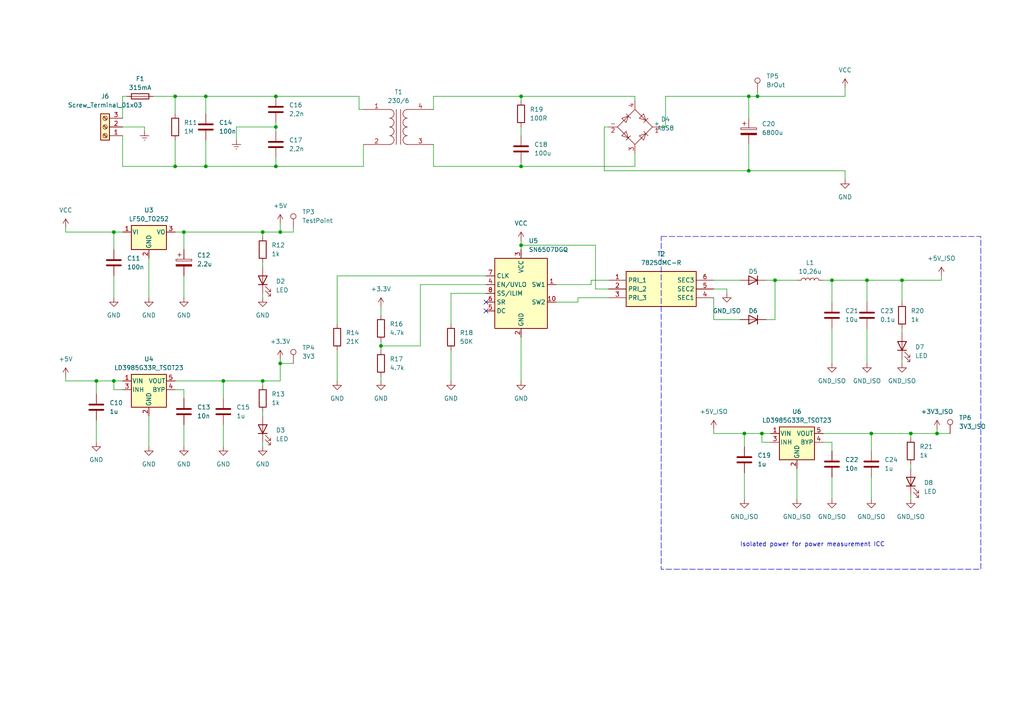
<source format=kicad_sch>
(kicad_sch (version 20230121) (generator eeschema)
  (paper "A4")
  (lib_symbols
    (symbol "Connector:Screw_Terminal_01x03" (pin_names (offset 1.016) hide)
      (property "Reference" "J" (at 0 5.08 0))
      (property "Value" "Screw_Terminal_01x03" (at 0 -5.08 0))
      (symbol "Screw_Terminal_01x03_1_1"
        (rectangle (start -1.27 3.81) (end 1.27 -3.81) (stroke (width 0.254)) (fill (type background)))
        (circle (center 0 -2.54) (radius 0.635) (stroke (width 0.1524)))
        (polyline (pts (xy -0.5334 -2.2098) (xy 0.3302 -3.048)) (stroke (width 0.1524)))
        (polyline (pts (xy -0.5334 0.3302) (xy 0.3302 -0.508)) (stroke (width 0.1524)))
        (polyline (pts (xy -0.5334 2.8702) (xy 0.3302 2.032)) (stroke (width 0.1524)))
        (polyline (pts (xy -0.3556 -2.032) (xy 0.508 -2.8702)) (stroke (width 0.1524)))
        (polyline (pts (xy -0.3556 0.508) (xy 0.508 -0.3302)) (stroke (width 0.1524)))
        (polyline (pts (xy -0.3556 3.048) (xy 0.508 2.2098)) (stroke (width 0.1524)))
        (circle (center 0 0) (radius 0.635) (stroke (width 0.1524)))
        (circle (center 0 2.54) (radius 0.635) (stroke (width 0.1524)))
        (pin passive line (at -5.08 2.54 0) (length 3.81) (name "Pin_1") (number "1"))
        (pin passive line (at -5.08 0 0) (length 3.81) (name "Pin_2") (number "2"))
        (pin passive line (at -5.08 -2.54 0) (length 3.81) (name "Pin_3") (number "3"))
      )
    )
    (symbol "Connector:TestPoint" (pin_numbers hide) (pin_names (offset 0.762) hide)
      (property "Reference" "TP" (at 0 6.858 0))
      (property "Value" "TestPoint" (at 0 5.08 0))
      (symbol "TestPoint_0_1"
        (circle (center 0 3.302) (radius 0.762))
      )
      (symbol "TestPoint_1_1"
        (pin passive line (at 0 0 90) (length 2.54) (name "1") (number "1"))
      )
    )
    (symbol "Device:C" (pin_numbers hide) (pin_names (offset 0.254))
      (property "Reference" "C" (at 0.635 2.54 0))
      (property "Value" "C" (at 0.635 -2.54 0))
      (symbol "C_0_1"
        (polyline (pts (xy -2.032 -0.762) (xy 2.032 -0.762)) (stroke (width 0.508)))
        (polyline (pts (xy -2.032 0.762) (xy 2.032 0.762)) (stroke (width 0.508)))
      )
      (symbol "C_1_1"
        (pin passive line (at 0 3.81 270) (length 2.794) (name "~") (number "1"))
        (pin passive line (at 0 -3.81 90) (length 2.794) (name "~") (number "2"))
      )
    )
    (symbol "Device:C_Polarized" (pin_numbers hide) (pin_names (offset 0.254))
      (property "Reference" "C" (at 0.635 2.54 0))
      (property "Value" "C_Polarized" (at 0.635 -2.54 0))
      (symbol "C_Polarized_0_1"
        (rectangle (start -2.286 0.508) (end 2.286 1.016))
        (polyline (pts (xy -1.778 2.286) (xy -0.762 2.286)))
        (polyline (pts (xy -1.27 2.794) (xy -1.27 1.778)))
        (rectangle (start 2.286 -0.508) (end -2.286 -1.016) (fill (type outline)))
      )
      (symbol "C_Polarized_1_1"
        (pin passive line (at 0 3.81 270) (length 2.794) (name "~") (number "1"))
        (pin passive line (at 0 -3.81 90) (length 2.794) (name "~") (number "2"))
      )
    )
    (symbol "Device:D" (pin_numbers hide) (pin_names (offset 1.016) hide)
      (property "Reference" "D" (at 0 2.54 0))
      (property "Value" "D" (at 0 -2.54 0))
      (symbol "D_0_1"
        (polyline (pts (xy -1.27 1.27) (xy -1.27 -1.27)) (stroke (width 0.254)))
        (polyline (pts (xy 1.27 0) (xy -1.27 0)))
        (polyline (pts (xy 1.27 1.27) (xy 1.27 -1.27) (xy -1.27 0) (xy 1.27 1.27)) (stroke (width 0.254)))
      )
      (symbol "D_1_1"
        (pin passive line (at -3.81 0 0) (length 2.54) (name "K") (number "1"))
        (pin passive line (at 3.81 0 180) (length 2.54) (name "A") (number "2"))
      )
    )
    (symbol "Device:Fuse" (pin_numbers hide) (pin_names (offset 0))
      (property "Reference" "F" (at 2.032 0 90))
      (property "Value" "Fuse" (at -1.905 0 90))
      (symbol "Fuse_0_1"
        (rectangle (start -0.762 -2.54) (end 0.762 2.54) (stroke (width 0.254)))
        (polyline (pts (xy 0 2.54) (xy 0 -2.54)))
      )
      (symbol "Fuse_1_1"
        (pin passive line (at 0 3.81 270) (length 1.27) (name "~") (number "1"))
        (pin passive line (at 0 -3.81 90) (length 1.27) (name "~") (number "2"))
      )
    )
    (symbol "Device:L" (pin_numbers hide) (pin_names (offset 1.016) hide)
      (property "Reference" "L" (at -1.27 0 90))
      (property "Value" "L" (at 1.905 0 90))
      (symbol "L_0_1"
        (arc (start 0 -2.54) (mid 0.6323 -1.905) (end 0 -1.27))
        (arc (start 0 -1.27) (mid 0.6323 -0.635) (end 0 0))
        (arc (start 0 0) (mid 0.6323 0.635) (end 0 1.27))
        (arc (start 0 1.27) (mid 0.6323 1.905) (end 0 2.54))
      )
      (symbol "L_1_1"
        (pin passive line (at 0 3.81 270) (length 1.27) (name "1") (number "1"))
        (pin passive line (at 0 -3.81 90) (length 1.27) (name "2") (number "2"))
      )
    )
    (symbol "Device:LED" (pin_numbers hide) (pin_names (offset 1.016) hide)
      (property "Reference" "D" (at 0 2.54 0))
      (property "Value" "LED" (at 0 -2.54 0))
      (symbol "LED_0_1"
        (polyline (pts (xy -1.27 -1.27) (xy -1.27 1.27)) (stroke (width 0.254)))
        (polyline (pts (xy -1.27 0) (xy 1.27 0)))
        (polyline (pts (xy 1.27 -1.27) (xy 1.27 1.27) (xy -1.27 0) (xy 1.27 -1.27)) (stroke (width 0.254)))
        (polyline (pts (xy -3.048 -0.762) (xy -4.572 -2.286) (xy -3.81 -2.286) (xy -4.572 -2.286) (xy -4.572 -1.524)))
        (polyline (pts (xy -1.778 -0.762) (xy -3.302 -2.286) (xy -2.54 -2.286) (xy -3.302 -2.286) (xy -3.302 -1.524)))
      )
      (symbol "LED_1_1"
        (pin passive line (at -3.81 0 0) (length 2.54) (name "K") (number "1"))
        (pin passive line (at 3.81 0 180) (length 2.54) (name "A") (number "2"))
      )
    )
    (symbol "Device:R" (pin_numbers hide) (pin_names (offset 0))
      (property "Reference" "R" (at 2.032 0 90))
      (property "Value" "R" (at 0 0 90))
      (symbol "R_0_1"
        (rectangle (start -1.016 -2.54) (end 1.016 2.54) (stroke (width 0.254)))
      )
      (symbol "R_1_1"
        (pin passive line (at 0 3.81 270) (length 1.27) (name "~") (number "1"))
        (pin passive line (at 0 -3.81 90) (length 1.27) (name "~") (number "2"))
      )
    )
    (symbol "Device:Transformer_1P_1S" (pin_names (offset 1.016) hide)
      (property "Reference" "T" (at 0 6.35 0))
      (property "Value" "Transformer_1P_1S" (at 0 -7.62 0))
      (symbol "Transformer_1P_1S_0_1"
        (arc (start -2.54 -5.0546) (mid -1.6599 -4.6901) (end -1.27 -3.81))
        (arc (start -2.54 -2.5146) (mid -1.6599 -2.1501) (end -1.27 -1.27))
        (arc (start -2.54 0.0254) (mid -1.6599 0.3899) (end -1.27 1.27))
        (arc (start -2.54 2.5654) (mid -1.6599 2.9299) (end -1.27 3.81))
        (arc (start -1.27 -3.81) (mid -1.642 -2.912) (end -2.54 -2.54))
        (arc (start -1.27 -1.27) (mid -1.642 -0.372) (end -2.54 0))
        (arc (start -1.27 1.27) (mid -1.642 2.168) (end -2.54 2.54))
        (arc (start -1.27 3.81) (mid -1.642 4.708) (end -2.54 5.08))
        (polyline (pts (xy -0.635 5.08) (xy -0.635 -5.08)))
        (polyline (pts (xy 0.635 -5.08) (xy 0.635 5.08)))
        (arc (start 1.2954 -1.27) (mid 1.6599 -2.1501) (end 2.54 -2.5146))
        (arc (start 1.2954 1.27) (mid 1.6599 0.3899) (end 2.54 0.0254))
        (arc (start 1.2954 3.81) (mid 1.6599 2.9299) (end 2.54 2.5654))
        (arc (start 1.3208 -3.81) (mid 1.6853 -4.6901) (end 2.5654 -5.0546))
        (arc (start 2.54 0) (mid 1.642 -0.372) (end 1.2954 -1.27))
        (arc (start 2.54 2.54) (mid 1.642 2.168) (end 1.2954 1.27))
        (arc (start 2.54 5.08) (mid 1.642 4.708) (end 1.2954 3.81))
        (arc (start 2.5654 -2.54) (mid 1.6674 -2.912) (end 1.3208 -3.81))
      )
      (symbol "Transformer_1P_1S_1_1"
        (pin passive line (at -10.16 5.08 0) (length 7.62) (name "AA") (number "1"))
        (pin passive line (at -10.16 -5.08 0) (length 7.62) (name "AB") (number "2"))
        (pin passive line (at 10.16 -5.08 180) (length 7.62) (name "SA") (number "3"))
        (pin passive line (at 10.16 5.08 180) (length 7.62) (name "SB") (number "4"))
      )
    )
    (symbol "Diode_Bridge:ABS8" (pin_names (offset 0))
      (property "Reference" "D" (at 2.54 6.985 0))
      (property "Value" "ABS8" (at 2.54 5.08 0))
      (symbol "ABS8_0_1"
        (polyline (pts (xy -2.54 3.81) (xy -1.27 2.54)))
        (polyline (pts (xy -1.27 -2.54) (xy -2.54 -3.81)))
        (polyline (pts (xy 2.54 -1.27) (xy 3.81 -2.54)))
        (polyline (pts (xy 2.54 1.27) (xy 3.81 2.54)))
        (polyline (pts (xy -3.81 2.54) (xy -2.54 1.27) (xy -1.905 3.175) (xy -3.81 2.54)))
        (polyline (pts (xy -2.54 -1.27) (xy -3.81 -2.54) (xy -1.905 -3.175) (xy -2.54 -1.27)))
        (polyline (pts (xy 1.27 2.54) (xy 2.54 3.81) (xy 3.175 1.905) (xy 1.27 2.54)))
        (polyline (pts (xy 3.175 -1.905) (xy 1.27 -2.54) (xy 2.54 -3.81) (xy 3.175 -1.905)))
        (polyline (pts (xy -5.08 0) (xy 0 -5.08) (xy 5.08 0) (xy 0 5.08) (xy -5.08 0)))
      )
      (symbol "ABS8_1_1"
        (pin passive line (at 7.62 0 180) (length 2.54) (name "+") (number "1"))
        (pin passive line (at -7.62 0 0) (length 2.54) (name "-") (number "2"))
        (pin passive line (at 0 -7.62 90) (length 2.54) (name "~") (number "3"))
        (pin passive line (at 0 7.62 270) (length 2.54) (name "~") (number "4"))
      )
    )
    (symbol "LibLoader:78250MC-R"
      (property "Reference" "T" (at 26.67 7.62 0))
      (property "Value" "78250MC-R" (at 26.67 5.08 0))
      (symbol "78250MC-R_1_1"
        (rectangle (start 5.08 2.54) (end 25.4 -7.62) (stroke (width 0.254)) (fill (type background)))
        (pin passive line (at 0 0 0) (length 5.08) (name "PRI_1") (number "1"))
        (pin passive line (at 0 -2.54 0) (length 5.08) (name "PRI_2") (number "2"))
        (pin passive line (at 0 -5.08 0) (length 5.08) (name "PRI_3") (number "3"))
        (pin passive line (at 30.48 -5.08 180) (length 5.08) (name "SEC1") (number "4"))
        (pin passive line (at 30.48 -2.54 180) (length 5.08) (name "SEC2") (number "5"))
        (pin passive line (at 30.48 0 180) (length 5.08) (name "SEC3") (number "6"))
      )
    )
    (symbol "Power_Management:SN6507DGQ"
      (property "Reference" "U" (at -6.35 10.16 0))
      (property "Value" "SN6507DGQ" (at 6.35 -10.16 0))
      (symbol "SN6507DGQ_0_1"
        (rectangle (start -7.62 10.16) (end 7.62 -10.16) (stroke (width 0.254)) (fill (type background)))
      )
      (symbol "SN6507DGQ_1_0"
        (pin input line (at -10.16 2.54 0) (length 2.54) (name "EN/UVLO") (number "4"))
        (pin passive line (at -10.16 -5.08 0) (length 2.54) (name "DC") (number "5"))
        (pin passive line (at -10.16 -2.54 0) (length 2.54) (name "SR") (number "6"))
        (pin passive line (at -10.16 0 0) (length 2.54) (name "SS/ILIM") (number "8"))
        (pin passive line (at 0 -12.7 90) (length 2.54) hide (name "GND") (number "9"))
      )
      (symbol "SN6507DGQ_1_1"
        (pin open_collector line (at 10.16 2.54 180) (length 2.54) (name "SW1") (number "1"))
        (pin open_collector line (at 10.16 -2.54 180) (length 2.54) (name "SW2") (number "10"))
        (pin power_in line (at 0 -12.7 90) (length 2.54) (name "GND") (number "2"))
        (pin power_in line (at 0 12.7 270) (length 2.54) (name "VCC") (number "3"))
        (pin input line (at -10.16 5.08 0) (length 2.54) (name "CLK") (number "7"))
      )
    )
    (symbol "Regulator_Linear:LD3985G33R_TSOT23" (pin_names (offset 0.254))
      (property "Reference" "U" (at -4.064 5.588 0))
      (property "Value" "LD3985G33R_TSOT23" (at 0 5.588 0))
      (symbol "LD3985G33R_TSOT23_0_1"
        (rectangle (start -5.08 4.445) (end 5.08 -5.08) (stroke (width 0.254)) (fill (type background)))
      )
      (symbol "LD3985G33R_TSOT23_1_1"
        (pin power_in line (at -7.62 2.54 0) (length 2.54) (name "VIN") (number "1"))
        (pin power_in line (at 0 -7.62 90) (length 2.54) (name "GND") (number "2"))
        (pin input line (at -7.62 0 0) (length 2.54) (name "INH") (number "3"))
        (pin input line (at 7.62 0 180) (length 2.54) (name "BYP") (number "4"))
        (pin power_out line (at 7.62 2.54 180) (length 2.54) (name "VOUT") (number "5"))
      )
    )
    (symbol "Regulator_Linear:LF50_TO252" (pin_names (offset 0.254))
      (property "Reference" "U" (at -3.81 3.175 0))
      (property "Value" "LF50_TO252" (at 0 3.175 0))
      (symbol "LF50_TO252_0_1"
        (rectangle (start -5.08 1.905) (end 5.08 -5.08) (stroke (width 0.254)) (fill (type background)))
      )
      (symbol "LF50_TO252_1_1"
        (pin power_in line (at -7.62 0 0) (length 2.54) (name "VI") (number "1"))
        (pin power_in line (at 0 -7.62 90) (length 2.54) (name "GND") (number "2"))
        (pin power_out line (at 7.62 0 180) (length 2.54) (name "VO") (number "3"))
      )
    )
    (symbol "power:+3.3V" (power) (pin_names (offset 0))
      (property "Value" "+3.3V" (at 0 3.556 0))
      (symbol "+3.3V_0_1"
        (polyline (pts (xy -0.762 1.27) (xy 0 2.54)))
        (polyline (pts (xy 0 0) (xy 0 2.54)))
        (polyline (pts (xy 0 2.54) (xy 0.762 1.27)))
      )
      (symbol "+3.3V_1_1"
        (pin power_in line (at 0 0 90) (length 0) hide (name "+3.3V") (number "1"))
      )
    )
    (symbol "power:+3V3_ISO" (power) (pin_names (offset 0))
      (property "Value" "+3V3_ISO" (at 0 3.556 0))
      (symbol "+3V3_ISO_0_1"
        (polyline (pts (xy -0.762 1.27) (xy 0 2.54)))
        (polyline (pts (xy 0 0) (xy 0 2.54)))
        (polyline (pts (xy 0 2.54) (xy 0.762 1.27)))
      )
      (symbol "+3V3_ISO_1_1"
        (pin power_in line (at 0 0 90) (length 0) hide (name "+3V3_ISO") (number "1"))
      )
    )
    (symbol "power:+5V" (power) (pin_names (offset 0))
      (property "Value" "+5V" (at 0 3.556 0))
      (symbol "+5V_0_1"
        (polyline (pts (xy -0.762 1.27) (xy 0 2.54)))
        (polyline (pts (xy 0 0) (xy 0 2.54)))
        (polyline (pts (xy 0 2.54) (xy 0.762 1.27)))
      )
      (symbol "+5V_1_1"
        (pin power_in line (at 0 0 90) (length 0) hide (name "+5V") (number "1"))
      )
    )
    (symbol "power:+5V_ISO" (power) (pin_names (offset 0))
      (property "Value" "+5V_ISO" (at 0 3.556 0))
      (symbol "+5V_ISO_0_1"
        (polyline (pts (xy -0.762 1.27) (xy 0 2.54)))
        (polyline (pts (xy 0 0) (xy 0 2.54)))
        (polyline (pts (xy 0 2.54) (xy 0.762 1.27)))
      )
      (symbol "+5V_ISO_1_1"
        (pin power_in line (at 0 0 90) (length 0) hide (name "+5V_ISO") (number "1"))
      )
    )
    (symbol "power:Earth" (power) (pin_names (offset 0))
      (symbol "Earth_0_1"
        (polyline (pts (xy -0.635 -1.905) (xy 0.635 -1.905)))
        (polyline (pts (xy -0.127 -2.54) (xy 0.127 -2.54)))
        (polyline (pts (xy 0 -1.27) (xy 0 0)))
        (polyline (pts (xy 1.27 -1.27) (xy -1.27 -1.27)))
      )
      (symbol "Earth_1_1"
        (pin power_in line (at 0 0 270) (length 0) hide (name "Earth") (number "1"))
      )
    )
    (symbol "power:GND" (power) (pin_names (offset 0))
      (property "Value" "GND" (at 0 -3.81 0))
      (symbol "GND_0_1"
        (polyline (pts (xy 0 0) (xy 0 -1.27) (xy 1.27 -1.27) (xy 0 -2.54) (xy -1.27 -1.27) (xy 0 -1.27)))
      )
      (symbol "GND_1_1"
        (pin power_in line (at 0 0 270) (length 0) hide (name "GND") (number "1"))
      )
    )
    (symbol "power:GND_ISO" (power) (pin_names (offset 0))
      (property "Value" "GND_ISO" (at 0 -3.81 0))
      (symbol "GND_ISO_0_1"
        (polyline (pts (xy 0 0) (xy 0 -1.27) (xy 1.27 -1.27) (xy 0 -2.54) (xy -1.27 -1.27) (xy 0 -1.27)))
      )
      (symbol "GND_ISO_1_1"
        (pin power_in line (at 0 0 270) (length 0) hide (name "GND_ISO") (number "1"))
      )
    )
    (symbol "power:VCC" (power) (pin_names (offset 0))
      (property "Value" "VCC" (at 0 3.81 0))
      (symbol "VCC_0_1"
        (polyline (pts (xy -0.762 1.27) (xy 0 2.54)))
        (polyline (pts (xy 0 0) (xy 0 2.54)))
        (polyline (pts (xy 0 2.54) (xy 0.762 1.27)))
      )
      (symbol "VCC_1_1"
        (pin power_in line (at 0 0 90) (length 0) hide (name "VCC") (number "1"))
      )
    )
  )
  (junction (at 80.01 48.26))
  (junction (at 217.17 27.94))
  (junction (at 271.78 125.73))
  (junction (at 53.34 67.31))
  (junction (at 76.2 67.31))
  (junction (at 80.01 36.83))
  (junction (at 251.46 81.28))
  (junction (at 59.69 27.94))
  (junction (at 215.9 125.73))
  (junction (at 50.8 48.26))
  (junction (at 224.79 81.28))
  (junction (at 264.16 125.73))
  (junction (at 33.02 110.49))
  (junction (at 151.13 48.26))
  (junction (at 59.69 48.26))
  (junction (at 64.77 110.49))
  (junction (at 220.98 125.73))
  (junction (at 27.94 110.49))
  (junction (at 33.02 67.31))
  (junction (at 241.3 81.28))
  (junction (at 50.8 27.94))
  (junction (at 80.01 27.94))
  (junction (at 261.62 81.28))
  (junction (at 217.17 49.53))
  (junction (at 151.13 27.94))
  (junction (at 151.13 71.12))
  (junction (at 252.73 125.73))
  (junction (at 81.28 105.41))
  (junction (at 219.71 27.94))
  (junction (at 81.28 67.31))
  (junction (at 76.2 110.49))
  (junction (at 110.49 100.33))
  (no_connect (at 140.97 87.63))
  (no_connect (at 140.97 90.17))
  (wire (pts (xy 53.34 67.31) (xy 76.2 67.31)))
  (wire (pts (xy 76.2 67.31) (xy 81.28 67.31)))
  (wire (pts (xy 76.2 76.2) (xy 76.2 77.47)))
  (wire (pts (xy 271.78 125.73) (xy 271.78 124.46)))
  (wire (pts (xy 76.2 67.31) (xy 76.2 68.58)))
  (wire (pts (xy 35.56 113.03) (xy 33.02 113.03)))
  (wire (pts (xy 238.76 128.27) (xy 241.3 128.27)))
  (wire (pts (xy 19.05 67.31) (xy 33.02 67.31)))
  (wire (pts (xy 104.14 31.75) (xy 104.14 27.94)))
  (wire (pts (xy 241.3 128.27) (xy 241.3 130.81)))
  (wire (pts (xy 50.8 110.49) (xy 64.77 110.49)))
  (wire (pts (xy 80.01 48.26) (xy 59.69 48.26)))
  (wire (pts (xy 172.72 71.12) (xy 151.13 71.12)))
  (wire (pts (xy 76.2 110.49) (xy 81.28 110.49)))
  (wire (pts (xy 241.3 81.28) (xy 251.46 81.28)))
  (wire (pts (xy 50.8 27.94) (xy 59.69 27.94)))
  (wire (pts (xy 215.9 125.73) (xy 215.9 129.54)))
  (wire (pts (xy 130.81 85.09) (xy 140.97 85.09)))
  (wire (pts (xy 53.34 80.01) (xy 53.34 86.36)))
  (wire (pts (xy 53.34 123.19) (xy 53.34 129.54)))
  (wire (pts (xy 151.13 46.99) (xy 151.13 48.26)))
  (wire (pts (xy 125.73 27.94) (xy 125.73 31.75)))
  (wire (pts (xy 36.83 27.94) (xy 35.56 27.94)))
  (wire (pts (xy 64.77 110.49) (xy 64.77 115.57)))
  (wire (pts (xy 207.01 83.82) (xy 210.82 83.82)))
  (wire (pts (xy 80.01 36.83) (xy 68.58 36.83)))
  (wire (pts (xy 193.04 27.94) (xy 217.17 27.94)))
  (wire (pts (xy 245.11 27.94) (xy 245.11 25.4)))
  (wire (pts (xy 151.13 36.83) (xy 151.13 39.37)))
  (wire (pts (xy 44.45 27.94) (xy 50.8 27.94)))
  (wire (pts (xy 176.53 83.82) (xy 172.72 83.82)))
  (wire (pts (xy 151.13 48.26) (xy 184.15 48.26)))
  (wire (pts (xy 245.11 49.53) (xy 245.11 52.07)))
  (wire (pts (xy 172.72 83.82) (xy 172.72 71.12)))
  (wire (pts (xy 81.28 67.31) (xy 85.09 67.31)))
  (wire (pts (xy 171.45 81.28) (xy 176.53 81.28)))
  (wire (pts (xy 264.16 134.62) (xy 264.16 135.89)))
  (wire (pts (xy 59.69 48.26) (xy 50.8 48.26)))
  (wire (pts (xy 80.01 45.72) (xy 80.01 48.26)))
  (wire (pts (xy 251.46 95.25) (xy 251.46 105.41)))
  (wire (pts (xy 241.3 95.25) (xy 241.3 105.41)))
  (wire (pts (xy 207.01 92.71) (xy 214.63 92.71)))
  (wire (pts (xy 264.16 143.51) (xy 264.16 144.78)))
  (wire (pts (xy 64.77 110.49) (xy 76.2 110.49)))
  (wire (pts (xy 53.34 113.03) (xy 53.34 115.57)))
  (wire (pts (xy 19.05 110.49) (xy 27.94 110.49)))
  (wire (pts (xy 271.78 125.73) (xy 275.59 125.73)))
  (wire (pts (xy 241.3 81.28) (xy 241.3 87.63)))
  (wire (pts (xy 219.71 27.94) (xy 245.11 27.94)))
  (wire (pts (xy 33.02 110.49) (xy 35.56 110.49)))
  (wire (pts (xy 97.79 80.01) (xy 140.97 80.01)))
  (wire (pts (xy 191.77 36.83) (xy 193.04 36.83)))
  (wire (pts (xy 33.02 67.31) (xy 35.56 67.31)))
  (wire (pts (xy 27.94 110.49) (xy 33.02 110.49)))
  (wire (pts (xy 217.17 27.94) (xy 219.71 27.94)))
  (wire (pts (xy 184.15 27.94) (xy 184.15 29.21)))
  (wire (pts (xy 252.73 125.73) (xy 264.16 125.73)))
  (wire (pts (xy 35.56 39.37) (xy 35.56 48.26)))
  (wire (pts (xy 151.13 97.79) (xy 151.13 110.49)))
  (wire (pts (xy 175.26 49.53) (xy 217.17 49.53)))
  (wire (pts (xy 223.52 128.27) (xy 220.98 128.27)))
  (wire (pts (xy 261.62 81.28) (xy 273.05 81.28)))
  (wire (pts (xy 220.98 125.73) (xy 220.98 128.27)))
  (wire (pts (xy 110.49 100.33) (xy 110.49 101.6)))
  (wire (pts (xy 33.02 80.01) (xy 33.02 86.36)))
  (wire (pts (xy 220.98 125.73) (xy 223.52 125.73)))
  (wire (pts (xy 207.01 124.46) (xy 207.01 125.73)))
  (wire (pts (xy 207.01 81.28) (xy 214.63 81.28)))
  (wire (pts (xy 81.28 105.41) (xy 81.28 104.14)))
  (wire (pts (xy 238.76 81.28) (xy 241.3 81.28)))
  (wire (pts (xy 251.46 81.28) (xy 251.46 87.63)))
  (wire (pts (xy 224.79 81.28) (xy 231.14 81.28)))
  (wire (pts (xy 125.73 41.91) (xy 125.73 48.26)))
  (wire (pts (xy 151.13 69.85) (xy 151.13 71.12)))
  (wire (pts (xy 76.2 128.27) (xy 76.2 129.54)))
  (wire (pts (xy 151.13 27.94) (xy 184.15 27.94)))
  (wire (pts (xy 241.3 138.43) (xy 241.3 144.78)))
  (wire (pts (xy 76.2 119.38) (xy 76.2 120.65)))
  (wire (pts (xy 252.73 125.73) (xy 252.73 130.81)))
  (wire (pts (xy 215.9 125.73) (xy 220.98 125.73)))
  (wire (pts (xy 207.01 125.73) (xy 215.9 125.73)))
  (wire (pts (xy 80.01 35.56) (xy 80.01 36.83)))
  (wire (pts (xy 35.56 36.83) (xy 41.91 36.83)))
  (wire (pts (xy 176.53 36.83) (xy 175.26 36.83)))
  (wire (pts (xy 105.41 31.75) (xy 104.14 31.75)))
  (wire (pts (xy 207.01 86.36) (xy 207.01 92.71)))
  (wire (pts (xy 161.29 87.63) (xy 167.64 87.63)))
  (wire (pts (xy 130.81 93.98) (xy 130.81 85.09)))
  (wire (pts (xy 121.92 82.55) (xy 140.97 82.55)))
  (wire (pts (xy 81.28 67.31) (xy 81.28 64.77)))
  (wire (pts (xy 261.62 104.14) (xy 261.62 105.41)))
  (wire (pts (xy 53.34 67.31) (xy 53.34 72.39)))
  (wire (pts (xy 50.8 27.94) (xy 50.8 33.02)))
  (wire (pts (xy 130.81 101.6) (xy 130.81 110.49)))
  (wire (pts (xy 217.17 49.53) (xy 245.11 49.53)))
  (wire (pts (xy 50.8 67.31) (xy 53.34 67.31)))
  (wire (pts (xy 217.17 49.53) (xy 217.17 41.91)))
  (wire (pts (xy 217.17 27.94) (xy 217.17 34.29)))
  (wire (pts (xy 222.25 92.71) (xy 224.79 92.71)))
  (wire (pts (xy 59.69 27.94) (xy 59.69 33.02)))
  (wire (pts (xy 105.41 48.26) (xy 80.01 48.26)))
  (wire (pts (xy 43.18 120.65) (xy 43.18 129.54)))
  (wire (pts (xy 50.8 113.03) (xy 53.34 113.03)))
  (wire (pts (xy 97.79 101.6) (xy 97.79 110.49)))
  (wire (pts (xy 33.02 67.31) (xy 33.02 72.39)))
  (wire (pts (xy 19.05 109.22) (xy 19.05 110.49)))
  (wire (pts (xy 210.82 83.82) (xy 210.82 85.09)))
  (wire (pts (xy 151.13 71.12) (xy 151.13 72.39)))
  (wire (pts (xy 219.71 26.67) (xy 219.71 27.94)))
  (wire (pts (xy 110.49 99.06) (xy 110.49 100.33)))
  (wire (pts (xy 125.73 48.26) (xy 151.13 48.26)))
  (wire (pts (xy 85.09 66.04) (xy 85.09 67.31)))
  (wire (pts (xy 175.26 36.83) (xy 175.26 49.53)))
  (wire (pts (xy 125.73 27.94) (xy 151.13 27.94)))
  (wire (pts (xy 64.77 123.19) (xy 64.77 129.54)))
  (wire (pts (xy 19.05 67.31) (xy 19.05 66.04)))
  (wire (pts (xy 80.01 36.83) (xy 80.01 38.1)))
  (wire (pts (xy 68.58 36.83) (xy 68.58 40.64)))
  (wire (pts (xy 238.76 125.73) (xy 252.73 125.73)))
  (wire (pts (xy 41.91 36.83) (xy 41.91 38.1)))
  (wire (pts (xy 251.46 81.28) (xy 261.62 81.28)))
  (wire (pts (xy 171.45 82.55) (xy 171.45 81.28)))
  (wire (pts (xy 184.15 44.45) (xy 184.15 48.26)))
  (wire (pts (xy 50.8 48.26) (xy 50.8 40.64)))
  (wire (pts (xy 43.18 74.93) (xy 43.18 86.36)))
  (wire (pts (xy 193.04 36.83) (xy 193.04 27.94)))
  (wire (pts (xy 27.94 110.49) (xy 27.94 114.3)))
  (wire (pts (xy 167.64 86.36) (xy 176.53 86.36)))
  (wire (pts (xy 97.79 80.01) (xy 97.79 93.98)))
  (wire (pts (xy 231.14 135.89) (xy 231.14 144.78)))
  (wire (pts (xy 81.28 110.49) (xy 81.28 105.41)))
  (wire (pts (xy 80.01 27.94) (xy 104.14 27.94)))
  (wire (pts (xy 121.92 100.33) (xy 121.92 82.55)))
  (wire (pts (xy 35.56 27.94) (xy 35.56 34.29)))
  (wire (pts (xy 167.64 87.63) (xy 167.64 86.36)))
  (wire (pts (xy 76.2 110.49) (xy 76.2 111.76)))
  (wire (pts (xy 224.79 81.28) (xy 222.25 81.28)))
  (wire (pts (xy 261.62 95.25) (xy 261.62 96.52)))
  (wire (pts (xy 33.02 110.49) (xy 33.02 113.03)))
  (wire (pts (xy 110.49 109.22) (xy 110.49 110.49)))
  (wire (pts (xy 27.94 121.92) (xy 27.94 128.27)))
  (wire (pts (xy 264.16 125.73) (xy 271.78 125.73)))
  (wire (pts (xy 151.13 27.94) (xy 151.13 29.21)))
  (wire (pts (xy 252.73 138.43) (xy 252.73 144.78)))
  (wire (pts (xy 273.05 80.01) (xy 273.05 81.28)))
  (wire (pts (xy 80.01 27.94) (xy 59.69 27.94)))
  (wire (pts (xy 264.16 125.73) (xy 264.16 127)))
  (wire (pts (xy 261.62 81.28) (xy 261.62 87.63)))
  (wire (pts (xy 215.9 137.16) (xy 215.9 144.78)))
  (wire (pts (xy 59.69 48.26) (xy 59.69 40.64)))
  (wire (pts (xy 110.49 88.9) (xy 110.49 91.44)))
  (wire (pts (xy 110.49 100.33) (xy 121.92 100.33)))
  (wire (pts (xy 35.56 48.26) (xy 50.8 48.26)))
  (wire (pts (xy 81.28 105.41) (xy 85.09 105.41)))
  (wire (pts (xy 105.41 41.91) (xy 105.41 48.26)))
  (wire (pts (xy 224.79 81.28) (xy 224.79 92.71)))
  (wire (pts (xy 76.2 85.09) (xy 76.2 86.36)))
  (wire (pts (xy 161.29 82.55) (xy 171.45 82.55)))
  (rectangle (start 191.77 68.58) (end 284.48 165.1) (stroke (width 0) (type dash)))
  (text "Isolated power for power measurement ICC" (at 214.63 158.75 0) (effects (font (size 1.27 1.27)) (justify left bottom)))
  (symbol (lib_id "power:+3.3V") (at 81.28 104.14 0) (unit 1)
    (property "Reference" "#PWR049" (effects hide))
    (property "Value" "+3.3V" (at 81.28 99.06 0))
  )
  (symbol (lib_id "power:GND") (at 64.77 129.54 0) (unit 1)
    (property "Reference" "#PWR044" (effects hide))
    (property "Value" "GND" (at 64.77 134.62 0))
  )
  (symbol (lib_id "power:+5V") (at 81.28 64.77 0) (unit 1)
    (property "Reference" "#PWR048" (effects hide))
    (property "Value" "+5V" (at 81.28 59.69 0))
  )
  (symbol (lib_id "Connector:TestPoint") (at 219.71 26.67 0) (unit 1)
    (property "Reference" "TP5" (at 222.25 22.098 0) (effects (justify left)))
    (property "Value" "BrOut" (at 222.25 24.638 0) (effects (justify left)))
    (property "Footprint" "TestPoint:TestPoint_Pad_1.5x1.5mm" (effects hide))
  )
  (symbol (lib_id "Device:R") (at 97.79 97.79 0) (unit 1)
    (property "Reference" "R14" (at 100.33 96.52 0) (effects (justify left)))
    (property "Value" "21K" (at 100.33 99.06 0) (effects (justify left)))
    (property "Footprint" "Resistor_SMD:R_0603_1608Metric_Pad0.98x0.95mm_HandSolder" (effects hide))
  )
  (symbol (lib_id "power:+3V3_ISO") (at 271.78 124.46 0) (unit 1)
    (property "Reference" "#PWR068" (effects hide))
    (property "Value" "+3V3_ISO" (at 271.78 119.38 0))
  )
  (symbol (lib_id "Device:L") (at 234.95 81.28 90) (unit 1)
    (property "Reference" "L1" (at 234.95 76.2 90))
    (property "Value" "10,26u" (at 234.95 78.74 90))
    (property "Footprint" "Inductor_SMD:L_1210_3225Metric_Pad1.42x2.65mm_HandSolder" (effects hide))
  )
  (symbol (lib_id "power:Earth") (at 41.91 38.1 0) (unit 1)
    (property "Reference" "#PWR039" (effects hide))
    (property "Value" "Earth" (effects hide))
  )
  (symbol (lib_id "Device:R") (at 76.2 72.39 0) (unit 1)
    (property "Reference" "R12" (at 78.74 71.12 0) (effects (justify left)))
    (property "Value" "1k" (at 78.74 73.66 0) (effects (justify left)))
    (property "Footprint" "Resistor_SMD:R_0603_1608Metric_Pad0.98x0.95mm_HandSolder" (effects hide))
  )
  (symbol (lib_id "Device:C") (at 251.46 91.44 0) (unit 1)
    (property "Reference" "C23" (at 255.27 90.17 0) (effects (justify left)))
    (property "Value" "0.1u" (at 255.27 92.71 0) (effects (justify left)))
    (property "Footprint" "Capacitor_SMD:C_0603_1608Metric_Pad1.08x0.95mm_HandSolder" (effects hide))
  )
  (symbol (lib_id "Device:R") (at 110.49 95.25 0) (unit 1)
    (property "Reference" "R16" (at 113.03 93.98 0) (effects (justify left)))
    (property "Value" "4.7k" (at 113.03 96.52 0) (effects (justify left)))
    (property "Footprint" "Resistor_SMD:R_0603_1608Metric_Pad0.98x0.95mm_HandSolder" (effects hide))
  )
  (symbol (lib_id "Device:C") (at 27.94 118.11 0) (unit 1)
    (property "Reference" "C10" (at 31.75 116.84 0) (effects (justify left)))
    (property "Value" "1u" (at 31.75 119.38 0) (effects (justify left)))
    (property "Footprint" "Capacitor_SMD:C_0603_1608Metric_Pad1.08x0.95mm_HandSolder" (effects hide))
    (property "Datasheet" "https://www.tme.eu/pl/details/cl10a105ko8nnnc/kondensatory-mlcc-smd/samsung/" (effects hide))
  )
  (symbol (lib_id "Device:C") (at 64.77 119.38 0) (unit 1)
    (property "Reference" "C15" (at 68.58 118.11 0) (effects (justify left)))
    (property "Value" "1u" (at 68.58 120.65 0) (effects (justify left)))
    (property "Footprint" "Capacitor_SMD:C_0603_1608Metric_Pad1.08x0.95mm_HandSolder" (effects hide))
    (property "Datasheet" "https://www.tme.eu/pl/details/cl10a105ko8nnnc/kondensatory-mlcc-smd/samsung/" (effects hide))
  )
  (symbol (lib_id "Regulator_Linear:LF50_TO252") (at 43.18 67.31 0) (unit 1)
    (property "Reference" "U3" (at 43.18 60.96 0))
    (property "Value" "LF50_TO252" (at 43.18 63.5 0))
    (property "Footprint" "Package_TO_SOT_SMD:TO-252-2" (effects hide))
    (property "Datasheet" "http://www.st.com/content/ccc/resource/technical/document/datasheet/c4/0e/7e/2a/be/bc/4c/bd/CD00000546.pdf/files/CD00000546.pdf/jcr:content/translations/en.CD00000546.pdf" (effects hide))
  )
  (symbol (lib_id "Regulator_Linear:LD3985G33R_TSOT23") (at 43.18 113.03 0) (unit 1)
    (property "Reference" "U4" (at 43.18 104.14 0))
    (property "Value" "LD3985G33R_TSOT23" (at 43.18 106.68 0))
    (property "Footprint" "Package_TO_SOT_SMD:TSOT-23-5" (effects hide))
    (property "Datasheet" "http://www.st.com/internet/com/TECHNICAL_RESOURCES/TECHNICAL_LITERATURE/DATASHEET/CD00003395.pdf" (effects hide))
  )
  (symbol (lib_id "Device:R") (at 76.2 115.57 0) (unit 1)
    (property "Reference" "R13" (at 78.74 114.3 0) (effects (justify left)))
    (property "Value" "1k" (at 78.74 116.84 0) (effects (justify left)))
    (property "Footprint" "Resistor_SMD:R_0603_1608Metric_Pad0.98x0.95mm_HandSolder" (effects hide))
  )
  (symbol (lib_id "Device:C") (at 241.3 134.62 0) (unit 1)
    (property "Reference" "C22" (at 245.11 133.35 0) (effects (justify left)))
    (property "Value" "10n" (at 245.11 135.89 0) (effects (justify left)))
    (property "Footprint" "Capacitor_SMD:C_0603_1608Metric_Pad1.08x0.95mm_HandSolder" (effects hide))
    (property "Datasheet" "https://www.tme.eu/pl/details/gcm188r72a103ka37j/kondensatory-mlcc-smd/murata/" (effects hide))
  )
  (symbol (lib_id "Device:LED") (at 76.2 124.46 90) (unit 1)
    (property "Reference" "D3" (at 80.01 124.7775 90) (effects (justify right)))
    (property "Value" "LED" (at 80.01 127.3175 90) (effects (justify right)))
    (property "Footprint" "LED_SMD:LED_0603_1608Metric_Pad1.05x0.95mm_HandSolder" (effects hide))
  )
  (symbol (lib_id "power:+5V") (at 19.05 109.22 0) (unit 1)
    (property "Reference" "#PWR036" (effects hide))
    (property "Value" "+5V" (at 19.05 104.14 0))
  )
  (symbol (lib_id "Device:C_Polarized") (at 217.17 38.1 0) (unit 1)
    (property "Reference" "C20" (at 220.98 35.941 0) (effects (justify left)))
    (property "Value" "6800u" (at 220.98 38.481 0) (effects (justify left)))
    (property "Footprint" "Capacitor_THT:CP_Radial_D18.0mm_P7.50mm" (effects hide))
    (property "Datasheet" "https://www.tme.eu/pl/details/pf1c682mnn1836/kondensatory-elektrolityczne-tht/elite/" (effects hide))
  )
  (symbol (lib_id "Device:R") (at 110.49 105.41 0) (unit 1)
    (property "Reference" "R17" (at 113.03 104.14 0) (effects (justify left)))
    (property "Value" "4.7k" (at 113.03 106.68 0) (effects (justify left)))
    (property "Footprint" "Resistor_SMD:R_0603_1608Metric_Pad0.98x0.95mm_HandSolder" (effects hide))
  )
  (symbol (lib_id "power:GND") (at 76.2 129.54 0) (unit 1)
    (property "Reference" "#PWR047" (effects hide))
    (property "Value" "GND" (at 76.2 134.62 0))
  )
  (symbol (lib_id "power:VCC") (at 151.13 69.85 0) (unit 1)
    (property "Reference" "#PWR054" (effects hide))
    (property "Value" "VCC" (at 151.13 64.77 0))
  )
  (symbol (lib_id "Device:R") (at 261.62 91.44 0) (unit 1)
    (property "Reference" "R20" (at 264.16 90.17 0) (effects (justify left)))
    (property "Value" "1k" (at 264.16 92.71 0) (effects (justify left)))
    (property "Footprint" "Resistor_SMD:R_0603_1608Metric_Pad0.98x0.95mm_HandSolder" (effects hide))
  )
  (symbol (lib_id "Device:R") (at 264.16 130.81 0) (unit 1)
    (property "Reference" "R21" (at 266.7 129.54 0) (effects (justify left)))
    (property "Value" "1k" (at 266.7 132.08 0) (effects (justify left)))
    (property "Footprint" "Resistor_SMD:R_0603_1608Metric_Pad0.98x0.95mm_HandSolder" (effects hide))
  )
  (symbol (lib_id "Device:C") (at 151.13 43.18 0) (unit 1)
    (property "Reference" "C18" (at 154.94 41.91 0) (effects (justify left)))
    (property "Value" "100u" (at 154.94 44.45 0) (effects (justify left)))
    (property "Footprint" "Capacitor_SMD:C_0603_1608Metric_Pad1.08x0.95mm_HandSolder" (effects hide))
  )
  (symbol (lib_id "Device:C") (at 241.3 91.44 0) (unit 1)
    (property "Reference" "C21" (at 245.11 90.17 0) (effects (justify left)))
    (property "Value" "10u" (at 245.11 92.71 0) (effects (justify left)))
    (property "Footprint" "Capacitor_SMD:C_0603_1608Metric_Pad1.08x0.95mm_HandSolder" (effects hide))
    (property "Datasheet" "https://www.tme.eu/pl/details/cl10a106mq8nnnc/kondensatory-mlcc-smd/samsung/" (effects hide))
  )
  (symbol (lib_id "Connector:TestPoint") (at 275.59 125.73 0) (unit 1)
    (property "Reference" "TP6" (at 278.13 121.158 0) (effects (justify left)))
    (property "Value" "3V3_ISO" (at 278.13 123.698 0) (effects (justify left)))
    (property "Footprint" "TestPoint:TestPoint_Pad_1.5x1.5mm" (effects hide))
  )
  (symbol (lib_id "power:GND") (at 33.02 86.36 0) (unit 1)
    (property "Reference" "#PWR038" (effects hide))
    (property "Value" "GND" (at 33.02 91.44 0))
  )
  (symbol (lib_id "power:GND_ISO") (at 264.16 144.78 0) (unit 1)
    (property "Reference" "#PWR067" (effects hide))
    (property "Value" "GND_ISO" (at 264.16 149.86 0))
  )
  (symbol (lib_id "power:GND") (at 43.18 86.36 0) (unit 1)
    (property "Reference" "#PWR040" (effects hide))
    (property "Value" "GND" (at 43.18 91.44 0))
  )
  (symbol (lib_id "power:GND_ISO") (at 261.62 105.41 0) (unit 1)
    (property "Reference" "#PWR066" (effects hide))
    (property "Value" "GND_ISO" (at 261.62 110.49 0))
  )
  (symbol (lib_id "power:GND_ISO") (at 241.3 144.78 0) (unit 1)
    (property "Reference" "#PWR061" (effects hide))
    (property "Value" "GND_ISO" (at 241.3 149.86 0))
  )
  (symbol (lib_id "Diode_Bridge:ABS8") (at 184.15 36.83 0) (unit 1)
    (property "Reference" "D4" (at 193.04 34.6141 0))
    (property "Value" "ABS8" (at 193.04 37.1541 0))
    (property "Footprint" "Diode_SMD:Diode_Bridge_Diotec_ABS" (effects hide))
    (property "Datasheet" "https://diotec.com/tl_files/diotec/files/pdf/datasheets/abs2.pdf" (effects hide))
    (property "Link" "https://www.tme.eu/pl/details/abs8-dio/mostki-jednofazowe-diodowe-smd-tht/diotec-semiconductor/abs8/" (effects hide))
  )
  (symbol (lib_id "Device:C") (at 53.34 119.38 0) (unit 1)
    (property "Reference" "C13" (at 57.15 118.11 0) (effects (justify left)))
    (property "Value" "10n" (at 57.15 120.65 0) (effects (justify left)))
    (property "Footprint" "Capacitor_SMD:C_0603_1608Metric_Pad1.08x0.95mm_HandSolder" (effects hide))
    (property "Datasheet" "https://www.tme.eu/pl/details/gcm188r72a103ka37j/kondensatory-mlcc-smd/murata/" (effects hide))
  )
  (symbol (lib_id "power:GND") (at 27.94 128.27 0) (unit 1)
    (property "Reference" "#PWR037" (effects hide))
    (property "Value" "GND" (at 27.94 133.35 0))
  )
  (symbol (lib_id "Device:Transformer_1P_1S") (at 115.57 36.83 0) (unit 1)
    (property "Reference" "T1" (at 115.5827 26.67 0))
    (property "Value" "230/6" (at 115.5827 29.21 0))
    (property "Footprint" "Transformer_THT:TSZZ4.5003M" (effects hide))
    (property "Datasheet" "https://www.tme.eu/pl/details/tszz4_6v/transformatory-do-pcb/indel/tszz4-5-003m/" (effects hide))
  )
  (symbol (lib_id "power:+5V_ISO") (at 273.05 80.01 0) (unit 1)
    (property "Reference" "#PWR069" (effects hide))
    (property "Value" "+5V_ISO" (at 273.05 74.93 0))
  )
  (symbol (lib_id "power:GND") (at 130.81 110.49 0) (unit 1)
    (property "Reference" "#PWR053" (effects hide))
    (property "Value" "GND" (at 130.81 115.57 0))
  )
  (symbol (lib_id "Power_Management:SN6507DGQ") (at 151.13 85.09 0) (unit 1)
    (property "Reference" "U5" (at 153.3241 69.85 0) (effects (justify left)))
    (property "Value" "SN6507DGQ" (at 153.3241 72.39 0) (effects (justify left)))
    (property "Footprint" "Package_SO:HVSSOP-10-1EP_3x3mm_P0.5mm_EP1.57x1.88mm" (effects hide))
    (property "Datasheet" "http://www.ti.com/lit/ds/symlink/sn6507.pdf" (effects hide))
  )
  (symbol (lib_id "Device:C") (at 59.69 36.83 0) (unit 1)
    (property "Reference" "C14" (at 63.5 35.56 0) (effects (justify left)))
    (property "Value" "100n" (at 63.5 38.1 0) (effects (justify left)))
    (property "Footprint" "Capacitor_THT:C_Rect_L18.0mm_W6.0mm_P15.00mm_FKS3_FKP3" (effects hide))
    (property "Datasheet" "https://www.tme.eu/pl/details/jfz-100n_310-p10/kondensatory-foliowe-tht/jb-capacitors/" (effects hide))
  )
  (symbol (lib_id "Device:C_Polarized") (at 53.34 76.2 0) (unit 1)
    (property "Reference" "C12" (at 57.15 74.041 0) (effects (justify left)))
    (property "Value" "2.2u" (at 57.15 76.581 0) (effects (justify left)))
    (property "Footprint" "Capacitor_SMD:CP_Elec_4x5.3" (effects hide))
    (property "Datasheet" "https://www.tme.eu/pl/details/rc1h225m04005vr/kondensatory-elektrolityczne-smd/samwha/" (effects hide))
  )
  (symbol (lib_id "power:GND") (at 110.49 110.49 0) (unit 1)
    (property "Reference" "#PWR052" (effects hide))
    (property "Value" "GND" (at 110.49 115.57 0))
  )
  (symbol (lib_id "power:GND_ISO") (at 252.73 144.78 0) (unit 1)
    (property "Reference" "#PWR065" (effects hide))
    (property "Value" "GND_ISO" (at 252.73 149.86 0))
  )
  (symbol (lib_id "power:GND") (at 245.11 52.07 0) (unit 1)
    (property "Reference" "#PWR063" (effects hide))
    (property "Value" "GND" (at 245.11 57.15 0))
  )
  (symbol (lib_id "Device:R") (at 50.8 36.83 0) (unit 1)
    (property "Reference" "R11" (at 53.34 35.56 0) (effects (justify left)))
    (property "Value" "1M" (at 53.34 38.1 0) (effects (justify left)))
    (property "Footprint" "Resistor_SMD:R_1206_3216Metric_Pad1.30x1.75mm_HandSolder" (effects hide))
    (property "Datasheet" "https://www.tme.eu/pl/details/rv1206fr-071ml/rezystory-smd/yageo/" (effects hide))
  )
  (symbol (lib_id "Device:R") (at 130.81 97.79 0) (unit 1)
    (property "Reference" "R18" (at 133.35 96.52 0) (effects (justify left)))
    (property "Value" "50K" (at 133.35 99.06 0) (effects (justify left)))
    (property "Footprint" "Resistor_SMD:R_0603_1608Metric_Pad0.98x0.95mm_HandSolder" (effects hide))
  )
  (symbol (lib_id "Device:LED") (at 261.62 100.33 90) (unit 1)
    (property "Reference" "D7" (at 265.43 100.6475 90) (effects (justify right)))
    (property "Value" "LED" (at 265.43 103.1875 90) (effects (justify right)))
    (property "Footprint" "LED_SMD:LED_0603_1608Metric_Pad1.05x0.95mm_HandSolder" (effects hide))
  )
  (symbol (lib_id "power:GND_ISO") (at 215.9 144.78 0) (unit 1)
    (property "Reference" "#PWR058" (effects hide))
    (property "Value" "GND_ISO" (at 215.9 149.86 0))
  )
  (symbol (lib_id "Regulator_Linear:LD3985G33R_TSOT23") (at 231.14 128.27 0) (unit 1)
    (property "Reference" "U6" (at 231.14 119.38 0))
    (property "Value" "LD3985G33R_TSOT23" (at 231.14 121.92 0))
    (property "Footprint" "Package_TO_SOT_SMD:TSOT-23-5" (effects hide))
    (property "Datasheet" "http://www.st.com/internet/com/TECHNICAL_RESOURCES/TECHNICAL_LITERATURE/DATASHEET/CD00003395.pdf" (effects hide))
  )
  (symbol (lib_id "Device:R") (at 151.13 33.02 0) (unit 1)
    (property "Reference" "R19" (at 153.67 31.75 0) (effects (justify left)))
    (property "Value" "100R" (at 153.67 34.29 0) (effects (justify left)))
    (property "Footprint" "Resistor_SMD:R_2512_6332Metric_Pad1.40x3.35mm_HandSolder" (effects hide))
    (property "Datasheet" "https://www.tme.eu/pl/details/sp12-100r-5%25/rezystory-smd/royal-ohm/sp123wj0101t1e/" (effects hide))
  )
  (symbol (lib_id "Device:C") (at 252.73 134.62 0) (unit 1)
    (property "Reference" "C24" (at 256.54 133.35 0) (effects (justify left)))
    (property "Value" "1u" (at 256.54 135.89 0) (effects (justify left)))
    (property "Footprint" "Capacitor_SMD:C_0603_1608Metric_Pad1.08x0.95mm_HandSolder" (effects hide))
    (property "Datasheet" "https://www.tme.eu/pl/details/cl10a105ko8nnnc/kondensatory-mlcc-smd/samsung/" (effects hide))
  )
  (symbol (lib_id "power:GND_ISO") (at 251.46 105.41 0) (unit 1)
    (property "Reference" "#PWR064" (effects hide))
    (property "Value" "GND_ISO" (at 251.46 110.49 0))
  )
  (symbol (lib_id "power:+5V_ISO") (at 207.01 124.46 0) (unit 1)
    (property "Reference" "#PWR056" (effects hide))
    (property "Value" "+5V_ISO" (at 207.01 119.38 0))
  )
  (symbol (lib_id "Device:C") (at 215.9 133.35 0) (unit 1)
    (property "Reference" "C19" (at 219.71 132.08 0) (effects (justify left)))
    (property "Value" "1u" (at 219.71 134.62 0) (effects (justify left)))
    (property "Footprint" "Capacitor_SMD:C_0603_1608Metric_Pad1.08x0.95mm_HandSolder" (effects hide))
    (property "Datasheet" "https://www.tme.eu/pl/details/cl10a105ko8nnnc/kondensatory-mlcc-smd/samsung/" (effects hide))
  )
  (symbol (lib_id "power:GND_ISO") (at 231.14 144.78 0) (unit 1)
    (property "Reference" "#PWR059" (effects hide))
    (property "Value" "GND_ISO" (at 231.14 149.86 0))
  )
  (symbol (lib_id "Connector:TestPoint") (at 85.09 66.04 0) (unit 1)
    (property "Reference" "TP3" (at 87.63 61.468 0) (effects (justify left)))
    (property "Value" "TestPoint" (at 87.63 64.008 0) (effects (justify left)))
    (property "Footprint" "TestPoint:TestPoint_Pad_1.5x1.5mm" (effects hide))
  )
  (symbol (lib_id "power:GND") (at 43.18 129.54 0) (unit 1)
    (property "Reference" "#PWR041" (effects hide))
    (property "Value" "GND" (at 43.18 134.62 0))
  )
  (symbol (lib_id "Device:LED") (at 264.16 139.7 90) (unit 1)
    (property "Reference" "D8" (at 267.97 140.0175 90) (effects (justify right)))
    (property "Value" "LED" (at 267.97 142.5575 90) (effects (justify right)))
    (property "Footprint" "LED_SMD:LED_0603_1608Metric_Pad1.05x0.95mm_HandSolder" (effects hide))
  )
  (symbol (lib_id "power:GND") (at 53.34 86.36 0) (unit 1)
    (property "Reference" "#PWR042" (effects hide))
    (property "Value" "GND" (at 53.34 91.44 0))
  )
  (symbol (lib_id "LibLoader:78250MC-R") (at 176.53 81.28 0) (unit 1)
    (property "Reference" "T2" (at 191.77 73.66 0))
    (property "Value" "78250MC-R" (at 191.77 76.2 0))
    (property "Footprint" "LibLoader:SOP254P1270X660-6N" (effects hide))
    (property "Datasheet" "https://www.murata-ps.com/pub/data/magnetics/kmp_78250.pdf" (effects hide))
    (property "Height" "6.6" (effects hide))
    (property "Mouser Part Number" "580-78250MC-R" (effects hide))
    (property "Mouser Price/Stock" "https://www.mouser.co.uk/ProductDetail/Murata-Power-Solutions/78250MC-R?qs=35WhQNrE6p0LNdVaDV6KUA%3D%3D" (effects hide))
    (property "Manufacturer_Name" "Murata Electronics" (effects hide))
    (property "Manufacturer_Part_Number" "78250MC-R" (effects hide))
  )
  (symbol (lib_id "Device:D") (at 218.44 81.28 180) (unit 1)
    (property "Reference" "D5" (at 218.44 78.74 0))
    (property "Value" "BAT165E6327HTSA1" (effects hide))
    (property "Footprint" "Diode_SMD:D_SOD-323F" (effects hide))
    (property "Datasheet" "https://www.tme.eu/pl/details/bat165e6327htsa1/diody-schottky-smd/infineon-technologies/" (effects hide))
    (property "Sim.Device" "D" (effects hide))
    (property "Sim.Pins" "1=K 2=A" (effects hide))
  )
  (symbol (lib_id "Device:C") (at 80.01 31.75 0) (unit 1)
    (property "Reference" "C16" (at 83.82 30.48 0) (effects (justify left)))
    (property "Value" "2,2n" (at 83.82 33.02 0) (effects (justify left)))
    (property "Footprint" "Capacitor_THT:C_Disc_D10.5mm_W5.0mm_P7.50mm" (effects hide))
  )
  (symbol (lib_id "Device:C") (at 33.02 76.2 0) (unit 1)
    (property "Reference" "C11" (at 36.83 74.93 0) (effects (justify left)))
    (property "Value" "100n" (at 36.83 77.47 0) (effects (justify left)))
    (property "Footprint" "Capacitor_SMD:C_0603_1608Metric_Pad1.08x0.95mm_HandSolder" (effects hide))
  )
  (symbol (lib_id "Connector:Screw_Terminal_01x03") (at 30.48 36.83 180) (unit 1)
    (property "Reference" "J6" (at 30.48 27.94 0))
    (property "Value" "Screw_Terminal_01x03" (at 30.48 30.48 0))
    (property "Footprint" "LibLoader:XY126V-3P" (effects hide))
    (property "Datasheet" "https://www.tme.eu/pl/details/xy126v-3p-5.0-gn/listwy-zaciskowe-do-druku/xinya/xy126v-3p-5-0mm-green/" (effects hide))
  )
  (symbol (lib_id "power:GND_ISO") (at 210.82 85.09 0) (unit 1)
    (property "Reference" "#PWR057" (effects hide))
    (property "Value" "GND_ISO" (at 210.82 90.17 0))
  )
  (symbol (lib_id "power:GND") (at 97.79 110.49 0) (unit 1)
    (property "Reference" "#PWR050" (effects hide))
    (property "Value" "GND" (at 97.79 115.57 0))
  )
  (symbol (lib_id "power:+3.3V") (at 110.49 88.9 0) (unit 1)
    (property "Reference" "#PWR051" (effects hide))
    (property "Value" "+3.3V" (at 110.49 83.82 0))
  )
  (symbol (lib_id "power:GND_ISO") (at 241.3 105.41 0) (unit 1)
    (property "Reference" "#PWR060" (effects hide))
    (property "Value" "GND_ISO" (at 241.3 110.49 0))
  )
  (symbol (lib_id "power:GND") (at 151.13 110.49 0) (unit 1)
    (property "Reference" "#PWR055" (effects hide))
    (property "Value" "GND" (at 151.13 115.57 0))
  )
  (symbol (lib_id "Device:D") (at 218.44 92.71 180) (unit 1)
    (property "Reference" "D6" (at 218.44 90.17 0))
    (property "Value" "BAT165E6327HTSA1" (effects hide))
    (property "Footprint" "Diode_SMD:D_SOD-323F" (effects hide))
    (property "Datasheet" "https://www.tme.eu/pl/details/bat165e6327htsa1/diody-schottky-smd/infineon-technologies/" (effects hide))
    (property "Sim.Device" "D" (effects hide))
    (property "Sim.Pins" "1=K 2=A" (effects hide))
  )
  (symbol (lib_id "Device:Fuse") (at 40.64 27.94 90) (unit 1)
    (property "Reference" "F1" (at 40.64 22.86 90))
    (property "Value" "315mA" (at 40.64 25.4 90))
    (property "Footprint" "Fuse:Fuse_2920_7451Metric_Pad2.10x5.45mm_HandSolder" (effects hide))
    (property "Datasheet" "https://www.tme.eu/pl/details/bsmd250-t0.315a-gt/bezpieczniki-smd-8x4-5x4-5mm-zwloczne/siba/160000-0-315-gt/" (effects hide))
  )
  (symbol (lib_id "power:Earth") (at 68.58 40.64 0) (unit 1)
    (property "Reference" "#PWR045" (effects hide))
    (property "Value" "Earth" (effects hide))
  )
  (symbol (lib_id "power:VCC") (at 19.05 66.04 0) (unit 1)
    (property "Reference" "#PWR035" (effects hide))
    (property "Value" "VCC" (at 19.05 60.96 0))
  )
  (symbol (lib_id "Device:C") (at 80.01 41.91 0) (unit 1)
    (property "Reference" "C17" (at 83.82 40.64 0) (effects (justify left)))
    (property "Value" "2,2n" (at 83.82 43.18 0) (effects (justify left)))
    (property "Footprint" "Capacitor_THT:C_Disc_D10.5mm_W5.0mm_P7.50mm" (effects hide))
    (property "Datasheet" "https://www.tme.eu/pl/details/jyaa2222mcf075000b/kondensatory-ceramiczne-tht/jb-capacitors/" (effects hide))
  )
  (symbol (lib_id "power:GND") (at 53.34 129.54 0) (unit 1)
    (property "Reference" "#PWR043" (effects hide))
    (property "Value" "GND" (at 53.34 134.62 0))
  )
  (symbol (lib_id "power:VCC") (at 245.11 25.4 0) (unit 1)
    (property "Reference" "#PWR062" (effects hide))
    (property "Value" "VCC" (at 245.11 20.32 0))
  )
  (symbol (lib_id "Device:LED") (at 76.2 81.28 90) (unit 1)
    (property "Reference" "D2" (at 80.01 81.5975 90) (effects (justify right)))
    (property "Value" "LED" (at 80.01 84.1375 90) (effects (justify right)))
    (property "Footprint" "LED_SMD:LED_0603_1608Metric_Pad1.05x0.95mm_HandSolder" (effects hide))
  )
  (symbol (lib_id "power:GND") (at 76.2 86.36 0) (unit 1)
    (property "Reference" "#PWR046" (effects hide))
    (property "Value" "GND" (at 76.2 91.44 0))
  )
  (symbol (lib_id "Connector:TestPoint") (at 85.09 105.41 0) (unit 1)
    (property "Reference" "TP4" (at 87.63 100.838 0) (effects (justify left)))
    (property "Value" "3V3" (at 87.63 103.378 0) (effects (justify left)))
    (property "Footprint" "TestPoint:TestPoint_Pad_1.5x1.5mm" (effects hide))
  )
)
</source>
